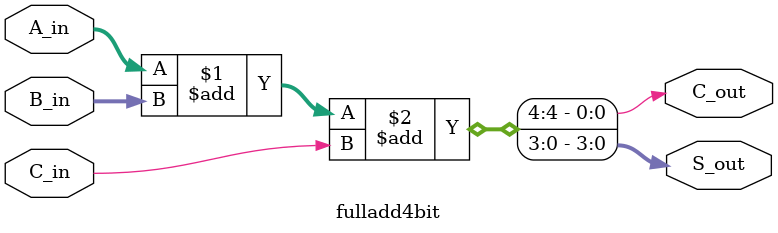
<source format=v>
module fulladd4bit(A_in, B_in, C_in, C_out, S_out);
    
    input   C_in;
    input   [3:0] A_in;
    input   [3:0] B_in;
    output  [3:0] S_out;
    output  C_out;
    
    assign   {C_out, S_out} = A_in + B_in + C_in;
    
endmodule

</source>
